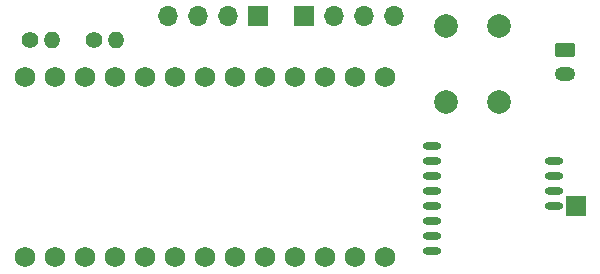
<source format=gbr>
%TF.GenerationSoftware,KiCad,Pcbnew,8.0.6-8.0.6-0~ubuntu24.04.1*%
%TF.CreationDate,2025-04-10T23:01:12-04:00*%
%TF.ProjectId,super-mini-mesh-kicad,73757065-722d-46d6-996e-692d6d657368,rev?*%
%TF.SameCoordinates,Original*%
%TF.FileFunction,Soldermask,Top*%
%TF.FilePolarity,Negative*%
%FSLAX46Y46*%
G04 Gerber Fmt 4.6, Leading zero omitted, Abs format (unit mm)*
G04 Created by KiCad (PCBNEW 8.0.6-8.0.6-0~ubuntu24.04.1) date 2025-04-10 23:01:12*
%MOMM*%
%LPD*%
G01*
G04 APERTURE LIST*
G04 Aperture macros list*
%AMRoundRect*
0 Rectangle with rounded corners*
0 $1 Rounding radius*
0 $2 $3 $4 $5 $6 $7 $8 $9 X,Y pos of 4 corners*
0 Add a 4 corners polygon primitive as box body*
4,1,4,$2,$3,$4,$5,$6,$7,$8,$9,$2,$3,0*
0 Add four circle primitives for the rounded corners*
1,1,$1+$1,$2,$3*
1,1,$1+$1,$4,$5*
1,1,$1+$1,$6,$7*
1,1,$1+$1,$8,$9*
0 Add four rect primitives between the rounded corners*
20,1,$1+$1,$2,$3,$4,$5,0*
20,1,$1+$1,$4,$5,$6,$7,0*
20,1,$1+$1,$6,$7,$8,$9,0*
20,1,$1+$1,$8,$9,$2,$3,0*%
G04 Aperture macros list end*
%ADD10R,1.700000X1.700000*%
%ADD11C,1.400000*%
%ADD12O,1.400000X1.400000*%
%ADD13RoundRect,0.250000X-0.625000X0.350000X-0.625000X-0.350000X0.625000X-0.350000X0.625000X0.350000X0*%
%ADD14O,1.750000X1.200000*%
%ADD15C,2.000000*%
%ADD16O,1.700000X1.700000*%
%ADD17RoundRect,0.300000X-0.500000X-0.000010X0.500000X-0.000010X0.500000X0.000010X-0.500000X0.000010X0*%
%ADD18C,1.752600*%
G04 APERTURE END LIST*
D10*
%TO.C,J4*%
X107600000Y-41600000D03*
%TD*%
D11*
%TO.C,R2*%
X61395000Y-27500000D03*
D12*
X63295000Y-27500000D03*
%TD*%
D11*
%TO.C,R1*%
X66795000Y-27500000D03*
D12*
X68695000Y-27500000D03*
%TD*%
D13*
%TO.C,J1*%
X106700000Y-28400000D03*
D14*
X106700000Y-30400000D03*
%TD*%
D15*
%TO.C,SW1*%
X96600000Y-32800000D03*
X96600000Y-26300000D03*
X101100000Y-32800000D03*
X101100000Y-26300000D03*
%TD*%
D10*
%TO.C,J3*%
X84600000Y-25500000D03*
D16*
X87140000Y-25500000D03*
X89680000Y-25500000D03*
X92220000Y-25500000D03*
%TD*%
D17*
%TO.C,U1*%
X95400000Y-36520000D03*
X95400000Y-37790000D03*
X95400000Y-39060000D03*
X95400000Y-40330000D03*
X95400000Y-41600000D03*
X95400000Y-42870000D03*
X95400000Y-44140000D03*
X95400000Y-45410000D03*
X105800000Y-41600000D03*
X105800000Y-40330000D03*
X105800000Y-39060000D03*
X105800000Y-37790000D03*
%TD*%
D10*
%TO.C,J2*%
X80700000Y-25500000D03*
D16*
X78160000Y-25500000D03*
X75620000Y-25500000D03*
X73080000Y-25500000D03*
%TD*%
D18*
%TO.C,U2*%
X60940000Y-45900000D03*
X60940000Y-30660000D03*
X63480000Y-30660000D03*
X66020000Y-30660000D03*
X68560000Y-30660000D03*
X71100000Y-30660000D03*
X73640000Y-30660000D03*
X76180000Y-30660000D03*
X78720000Y-30660000D03*
X81260000Y-30660000D03*
X83800000Y-30660000D03*
X86340000Y-30660000D03*
X88880000Y-30660000D03*
X91420000Y-30660000D03*
X91420000Y-45900000D03*
X88880000Y-45900000D03*
X86340000Y-45900000D03*
X83800000Y-45900000D03*
X81260000Y-45900000D03*
X78720000Y-45900000D03*
X76180000Y-45900000D03*
X73640000Y-45900000D03*
X71100000Y-45900000D03*
X68560000Y-45900000D03*
X66020000Y-45900000D03*
X63480000Y-45900000D03*
%TD*%
M02*

</source>
